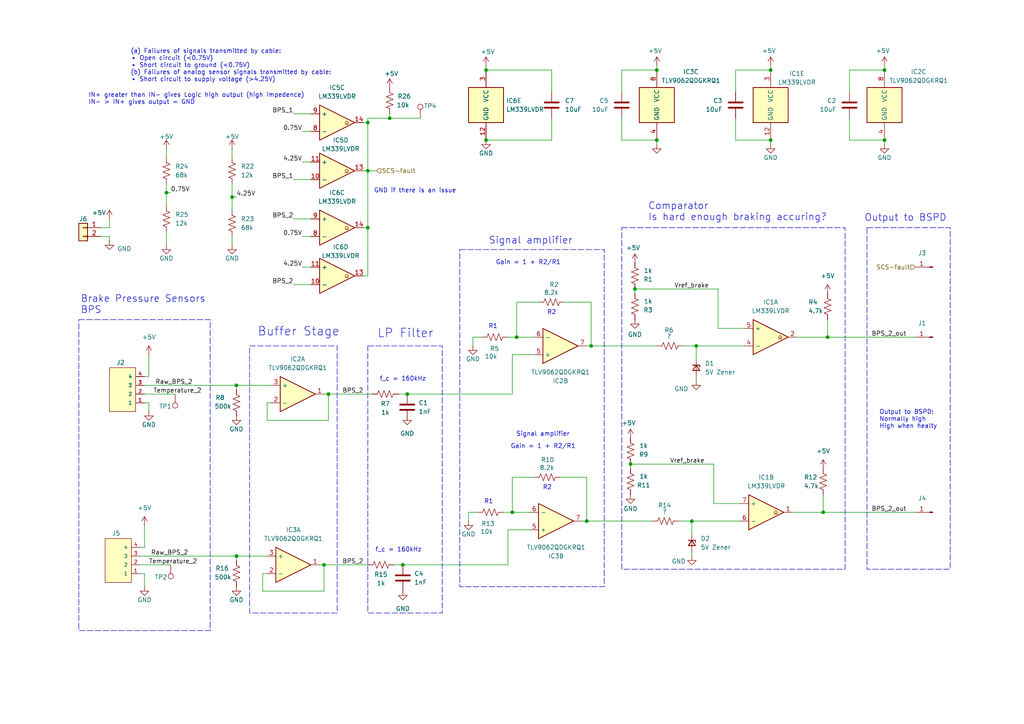
<source format=kicad_sch>
(kicad_sch (version 20250114) (generator "eeschema") (generator_version "9.0")
  (paper "A4")
  (lib_symbols
    (symbol "Connector:Conn_01x01_Pin" (pin_names (offset 1.016) (hide yes))
      (property "Reference" "J" (at 0 2.54 0))
      (property "Value" "Conn_01x01_Pin" (at 0 -2.54 0))
      (symbol "Conn_01x01_Pin_1_1"
        (rectangle (start 0.8636 0.127) (end 0 -0.127) (stroke (width 0.1524)) (fill (type outline)))
        (polyline (pts (xy 1.27 0) (xy 0.8636 0)) (stroke (width 0.1524)))
        (pin passive line (at 5.08 0 180) (length 3.81) (name "Pin_1") (number "1"))
      )
    )
    (symbol "Connector:TestPoint" (pin_numbers (hide yes)) (pin_names (offset 0.762) (hide yes))
      (property "Reference" "TP" (at 0 6.858 0))
      (property "Value" "TestPoint" (at 0 5.08 0))
      (symbol "TestPoint_0_1"
        (circle (center 0 3.302) (radius 0.762))
      )
      (symbol "TestPoint_1_1"
        (pin passive line (at 0 0 90) (length 2.54) (name "1") (number "1"))
      )
    )
    (symbol "Device:C" (pin_numbers (hide yes)) (pin_names (offset 0.254))
      (property "Reference" "C" (at 0.635 2.54 0))
      (property "Value" "C" (at 0.635 -2.54 0))
      (symbol "C_0_1"
        (polyline (pts (xy -2.032 0.762) (xy 2.032 0.762)) (stroke (width 0.508)))
        (polyline (pts (xy -2.032 -0.762) (xy 2.032 -0.762)) (stroke (width 0.508)))
      )
      (symbol "C_1_1"
        (pin passive line (at 0 3.81 270) (length 2.794) (name "~") (number "1"))
        (pin passive line (at 0 -3.81 90) (length 2.794) (name "~") (number "2"))
      )
    )
    (symbol "Device:D_Zener_Small" (pin_numbers (hide yes)) (pin_names (offset 0.254) (hide yes))
      (property "Reference" "D" (at 0 2.286 0))
      (property "Value" "D_Zener_Small" (at 0 -2.286 0))
      (symbol "D_Zener_Small_0_1"
        (polyline (pts (xy -0.254 1.016) (xy -0.762 1.016) (xy -0.762 -1.016)) (stroke (width 0.254)))
        (polyline (pts (xy 0.762 1.016) (xy -0.762 0) (xy 0.762 -1.016) (xy 0.762 1.016)) (stroke (width 0.254)))
        (polyline (pts (xy 0.762 0) (xy -0.762 0)))
      )
      (symbol "D_Zener_Small_1_1"
        (pin passive line (at -2.54 0 0) (length 1.778) (name "K") (number "1"))
        (pin passive line (at 2.54 0 180) (length 1.778) (name "A") (number "2"))
      )
    )
    (symbol "Device:R_US" (pin_numbers (hide yes)) (pin_names (offset 0))
      (property "Reference" "R" (at 2.54 0 90))
      (property "Value" "R_US" (at -2.54 0 90))
      (symbol "R_US_0_1"
        (polyline (pts (xy 0 2.286) (xy 0 2.54)))
        (polyline (pts (xy 0 2.286) (xy 1.016 1.905) (xy 0 1.524) (xy -1.016 1.143) (xy 0 0.762)))
        (polyline (pts (xy 0 0.762) (xy 1.016 0.381) (xy 0 0) (xy -1.016 -0.381) (xy 0 -0.762)))
        (polyline (pts (xy 0 -0.762) (xy 1.016 -1.143) (xy 0 -1.524) (xy -1.016 -1.905) (xy 0 -2.286)))
        (polyline (pts (xy 0 -2.286) (xy 0 -2.54)))
      )
      (symbol "R_US_1_1"
        (pin passive line (at 0 3.81 270) (length 1.27) (name "~") (number "1"))
        (pin passive line (at 0 -3.81 90) (length 1.27) (name "~") (number "2"))
      )
    )
    (symbol "EPSA_lib:4P Droit 22-11-2042" (pin_names (offset 1.016))
      (property "Reference" "J" (at 6.35 7.62 0))
      (symbol "4P Droit 22-11-2042_0_0"
        (rectangle (start -2.54 -7.62) (end 5.08 5.08) (stroke (width 0.1524)) (fill (type background)))
        (pin passive line (at -5.08 2.54 0) (length 2.54) (name "1") (number "1"))
        (pin passive line (at -5.08 0 0) (length 2.54) (name "2") (number "2"))
        (pin passive line (at -5.08 -2.54 0) (length 2.54) (name "3") (number "3"))
        (pin passive line (at -5.08 -5.08 0) (length 2.54) (name "4") (number "4"))
      )
    )
    (symbol "LEM_HAS_100-S:Conn_01x02" (pin_names (offset 1.016) (hide yes))
      (property "Reference" "J" (at 0 2.54 0))
      (property "Value" "Conn_01x02" (at 0 -5.08 0))
      (symbol "Conn_01x02_1_1"
        (rectangle (start -1.27 1.27) (end 1.27 -3.81) (stroke (width 0.254)) (fill (type background)))
        (rectangle (start -1.27 0.127) (end 0 -0.127) (stroke (width 0.1524)))
        (rectangle (start -1.27 -2.413) (end 0 -2.667) (stroke (width 0.1524)))
        (pin passive line (at -5.08 0 0) (length 3.81) (name "Pin_1") (number "1"))
        (pin passive line (at -5.08 -2.54 0) (length 3.81) (name "Pin_2") (number "2"))
      )
    )
    (symbol "LM339LVDR:LM339LVDR"
      (property "Reference" "IC" (at 2.794 10.922 0))
      (property "Value" "LM339LVDR" (at 2.794 8.382 0))
      (symbol "LM339LVDR_1_1"
        (polyline (pts (xy 2.54 2.54) (xy 12.7 -2.54) (xy 2.54 -7.62) (xy 2.54 2.54)) (stroke (width 0.254)) (fill (type background)))
        (polyline (pts (xy 10.922 -3.048) (xy 10.414 -3.048) (xy 10.922 -2.54) (xy 10.414 -2.032) (xy 9.906 -2.54) (xy 10.414 -3.048) (xy 9.906 -3.048)) (stroke (width 0.127)))
        (pin input line (at 0 0 0) (length 2.54) (name "+") (number "5"))
        (pin input line (at 0 -5.08 0) (length 2.54) (name "-") (number "4"))
        (pin open_collector line (at 15.24 -2.54 180) (length 2.54) (name "~") (number "2"))
      )
      (symbol "LM339LVDR_2_1"
        (polyline (pts (xy 2.54 2.54) (xy 12.7 -2.54) (xy 2.54 -7.62) (xy 2.54 2.54)) (stroke (width 0.254)) (fill (type background)))
        (polyline (pts (xy 10.922 -3.048) (xy 10.414 -3.048) (xy 10.922 -2.54) (xy 10.414 -2.032) (xy 9.906 -2.54) (xy 10.414 -3.048) (xy 9.906 -3.048)) (stroke (width 0.127)))
        (pin input line (at 0 0 0) (length 2.54) (name "+") (number "7"))
        (pin input line (at 0 -5.08 0) (length 2.54) (name "-") (number "6"))
        (pin open_collector line (at 15.24 -2.54 180) (length 2.54) (name "~") (number "1"))
      )
      (symbol "LM339LVDR_3_1"
        (polyline (pts (xy 2.54 2.54) (xy 12.7 -2.54) (xy 2.54 -7.62) (xy 2.54 2.54)) (stroke (width 0.254)) (fill (type background)))
        (polyline (pts (xy 10.922 -3.048) (xy 10.414 -3.048) (xy 10.922 -2.54) (xy 10.414 -2.032) (xy 9.906 -2.54) (xy 10.414 -3.048) (xy 9.906 -3.048)) (stroke (width 0.127)))
        (pin input line (at 0 0 0) (length 2.54) (name "+") (number "9"))
        (pin input line (at 0 -5.08 0) (length 2.54) (name "-") (number "8"))
        (pin open_collector line (at 15.24 -2.54 180) (length 2.54) (name "~") (number "14"))
      )
      (symbol "LM339LVDR_4_1"
        (polyline (pts (xy 2.54 2.54) (xy 12.7 -2.54) (xy 2.54 -7.62) (xy 2.54 2.54)) (stroke (width 0.254)) (fill (type background)))
        (polyline (pts (xy 10.922 -3.048) (xy 10.414 -3.048) (xy 10.922 -2.54) (xy 10.414 -2.032) (xy 9.906 -2.54) (xy 10.414 -3.048) (xy 9.906 -3.048)) (stroke (width 0.127)))
        (pin input line (at 0 0 0) (length 2.54) (name "+") (number "11"))
        (pin input line (at 0 -5.08 0) (length 2.54) (name "-") (number "10"))
        (pin open_collector line (at 15.24 -2.54 180) (length 2.54) (name "~") (number "13"))
      )
      (symbol "LM339LVDR_5_0"
        (rectangle (start -5.08 -5.08) (end 5.08 5.08) (stroke (width 0.254)) (fill (type background)))
      )
      (symbol "LM339LVDR_5_1"
        (pin power_in line (at 0 10.16 270) (length 5.08) (name "VCC") (number "3"))
        (pin power_in line (at 0 -10.16 90) (length 5.08) (name "GND") (number "12"))
      )
    )
    (symbol "TLV9062QDGKRQ1:TLV9062QDGKRQ1"
      (property "Reference" "IC" (at 2.54 10.668 0))
      (property "Value" "TLV9062QDGKRQ1" (at 2.54 8.128 0))
      (symbol "TLV9062QDGKRQ1_1_1"
        (polyline (pts (xy 2.54 2.54) (xy 12.7 -2.54) (xy 2.54 -7.62) (xy 2.54 2.54)) (stroke (width 0.254)) (fill (type background)))
        (pin input line (at 0 0 0) (length 2.54) (name "+") (number "3"))
        (pin input line (at 0 -5.08 0) (length 2.54) (name "-") (number "2"))
        (pin output line (at 15.24 -2.54 180) (length 2.54) (name "~") (number "1"))
      )
      (symbol "TLV9062QDGKRQ1_2_1"
        (polyline (pts (xy 2.54 2.54) (xy 12.7 -2.54) (xy 2.54 -7.62) (xy 2.54 2.54)) (stroke (width 0.254)) (fill (type background)))
        (pin input line (at 0 0 0) (length 2.54) (name "+") (number "5"))
        (pin input line (at 0 -5.08 0) (length 2.54) (name "-") (number "6"))
        (pin output line (at 15.24 -2.54 180) (length 2.54) (name "~") (number "7"))
      )
      (symbol "TLV9062QDGKRQ1_3_0"
        (rectangle (start -5.08 -5.08) (end 5.08 5.08) (stroke (width 0.254)) (fill (type background)))
      )
      (symbol "TLV9062QDGKRQ1_3_1"
        (pin power_in line (at 0 10.16 270) (length 5.08) (name "VCC") (number "8"))
        (pin power_in line (at 0 -10.16 90) (length 5.08) (name "GND") (number "4"))
      )
    )
    (symbol "power:+5V" (power) (pin_numbers (hide yes)) (pin_names (offset 0) (hide yes))
      (property "Value" "+5V" (at 0 3.556 0))
      (symbol "+5V_0_1"
        (polyline (pts (xy -0.762 1.27) (xy 0 2.54)))
        (polyline (pts (xy 0 2.54) (xy 0.762 1.27)))
        (polyline (pts (xy 0 0) (xy 0 2.54)))
      )
      (symbol "+5V_1_1"
        (pin power_in line (at 0 0 90) (length 0) (name "~") (number "1"))
      )
    )
    (symbol "power:GND" (power) (pin_numbers (hide yes)) (pin_names (offset 0) (hide yes))
      (property "Value" "GND" (at 0 -3.81 0))
      (symbol "GND_0_1"
        (polyline (pts (xy 0 0) (xy 0 -1.27) (xy 1.27 -1.27) (xy 0 -2.54) (xy -1.27 -1.27) (xy 0 -1.27)))
      )
      (symbol "GND_1_1"
        (pin power_in line (at 0 0 270) (length 0) (name "~") (number "1"))
      )
    )
  )
  (rectangle (start 180.34 66.04) (end 245.11 165.1) (stroke (width 0) (type dash)))
  (rectangle (start 106.68 100.33) (end 128.27 177.8) (stroke (width 0) (type dash)))
  (rectangle (start 72.39 100.33) (end 97.79 177.8) (stroke (width 0) (type dash)))
  (rectangle (start 251.46 66.04) (end 275.59 165.1) (stroke (width 0) (type dash)))
  (rectangle (start 22.86 92.71) (end 60.96 182.88) (stroke (width 0) (type dash)))
  (rectangle (start 133.35 72.39) (end 175.26 170.18) (stroke (width 0) (type dash)))
  (text "Brake Pressure Sensors\nBPS" (at 23.368 88.392 0) (effects (font (size 2 2)) (justify left)))
  (text "LP Filter" (at 117.602 96.774 0) (effects (font (size 2.5 2.5))))
  (text "GND if there is an issue" (at 120.396 55.372 0) (effects (font (size 1.27 1.27))))
  (text "(a) Failures of signals transmitted by cable:\n• Open circuit (<0.75V)\n• Short circuit to ground (<0.75V)\n(b) Failures of analog sensor signals transmitted by cable:\n• Short circuit to supply voltage (>4.25V)" (at 37.846 19.05 0) (effects (font (size 1.27 1.27)) (justify left)))
  (text "Gain = 1 + R2/R1\n" (at 148.082 129.54 0) (effects (font (size 1.27 1.27)) (justify left)))
  (text "R2" (at 160.02 90.678 0) (effects (font (size 1.27 1.27))))
  (text "Signal amplifier" (at 157.48 125.984 0) (effects (font (size 1.27 1.27))))
  (text "R1" (at 143.002 94.742 0) (effects (font (size 1.27 1.27))))
  (text "Output to BSPD" (at 262.636 63.246 0) (effects (font (size 2 2))))
  (text "IN+ greater than IN- gives Logic high output (high impedence)\nIN- > IN+ gives output = GND\n\n" (at 25.654 29.718 0) (effects (font (size 1.27 1.27)) (justify left)))
  (text "Output to BSPD:\nNormally high\nHigh when healty" (at 255.016 121.666 0) (effects (font (size 1.27 1.27)) (justify left)))
  (text "Signal amplifier" (at 153.924 69.85 0) (effects (font (size 2 2))))
  (text "Buffer Stage\n" (at 86.614 96.266 0) (effects (font (size 2.5 2.5))))
  (text "Gain = 1 + R2/R1\n" (at 143.764 76.2 0) (effects (font (size 1.27 1.27)) (justify left)))
  (text "Comparator\nIs hard enough braking accuring?" (at 187.96 61.468 0) (effects (font (size 2 2)) (justify left)))
  (text "f_c = 160kHz" (at 115.57 159.512 0) (effects (font (size 1.27 1.27))))
  (text "f_c = 160kHz" (at 116.84 109.982 0) (effects (font (size 1.27 1.27))))
  (text "R2" (at 158.75 141.478 0) (effects (font (size 1.27 1.27))))
  (text "R1" (at 141.732 145.542 0) (effects (font (size 1.27 1.27))))
  (junction (at 238.76 148.59))
  (junction (at 170.18 151.13))
  (junction (at 190.5 40.64))
  (junction (at 68.58 161.29))
  (junction (at 140.97 40.64))
  (junction (at 240.03 97.79))
  (junction (at 256.54 40.64))
  (junction (at 190.5 20.32))
  (junction (at 106.68 66.04))
  (junction (at 68.58 111.76))
  (junction (at 67.31 57.15))
  (junction (at 116.84 163.83))
  (junction (at 106.68 49.53))
  (junction (at 256.54 20.32))
  (junction (at 148.59 148.59))
  (junction (at 223.52 40.64))
  (junction (at 93.98 163.83))
  (junction (at 118.11 114.3))
  (junction (at 184.15 83.82))
  (junction (at 113.03 34.29))
  (junction (at 200.66 151.13))
  (junction (at 223.52 20.32))
  (junction (at 171.45 100.33))
  (junction (at 140.97 20.32))
  (junction (at 201.93 100.33))
  (junction (at 48.26 55.88))
  (junction (at 95.25 114.3))
  (junction (at 182.88 134.62))
  (junction (at 106.68 35.56))
  (junction (at 149.86 97.79))
  (wire (pts (xy 40.64 163.83) (xy 49.53 163.83)))
  (wire (pts (xy 87.63 77.47) (xy 90.17 77.47)))
  (wire (pts (xy 93.98 163.83) (xy 106.68 163.83)))
  (wire (pts (xy 31.75 66.04) (xy 29.21 66.04)))
  (wire (pts (xy 48.26 43.18) (xy 48.26 45.72)))
  (wire (pts (xy 67.31 53.34) (xy 67.31 57.15)))
  (wire (pts (xy 43.18 116.84) (xy 43.18 119.38)))
  (wire (pts (xy 31.75 69.85) (xy 31.75 68.58)))
  (wire (pts (xy 41.91 109.22) (xy 43.18 109.22)))
  (wire (pts (xy 95.25 121.92) (xy 95.25 114.3)))
  (wire (pts (xy 41.91 116.84) (xy 43.18 116.84)))
  (wire (pts (xy 246.38 20.32) (xy 246.38 26.67)))
  (wire (pts (xy 246.38 34.29) (xy 246.38 40.64)))
  (wire (pts (xy 213.36 20.32) (xy 213.36 26.67)))
  (wire (pts (xy 105.41 35.56) (xy 106.68 35.56)))
  (wire (pts (xy 76.2 166.37) (xy 76.2 171.45)))
  (wire (pts (xy 85.09 52.07) (xy 90.17 52.07)))
  (wire (pts (xy 87.63 38.1) (xy 90.17 38.1)))
  (wire (pts (xy 160.02 26.67) (xy 160.02 20.32)))
  (wire (pts (xy 138.43 148.59) (xy 135.89 148.59)))
  (wire (pts (xy 190.5 20.32) (xy 180.34 20.32)))
  (wire (pts (xy 106.68 35.56) (xy 106.68 49.53)))
  (wire (pts (xy 200.66 151.13) (xy 200.66 154.94)))
  (wire (pts (xy 105.41 49.53) (xy 106.68 49.53)))
  (wire (pts (xy 213.36 34.29) (xy 213.36 40.64)))
  (wire (pts (xy 106.68 34.29) (xy 113.03 34.29)))
  (wire (pts (xy 208.28 83.82) (xy 208.28 95.25)))
  (wire (pts (xy 43.18 109.22) (xy 43.18 102.87)))
  (wire (pts (xy 147.32 163.83) (xy 147.32 153.67)))
  (wire (pts (xy 31.75 68.58) (xy 29.21 68.58)))
  (wire (pts (xy 41.91 158.75) (xy 41.91 152.4)))
  (wire (pts (xy 207.01 134.62) (xy 207.01 146.05)))
  (wire (pts (xy 171.45 100.33) (xy 190.5 100.33)))
  (wire (pts (xy 41.91 114.3) (xy 50.8 114.3)))
  (wire (pts (xy 162.56 138.43) (xy 170.18 138.43)))
  (wire (pts (xy 160.02 20.32) (xy 140.97 20.32)))
  (wire (pts (xy 170.18 151.13) (xy 170.18 138.43)))
  (wire (pts (xy 109.22 49.53) (xy 106.68 49.53)))
  (wire (pts (xy 77.47 116.84) (xy 77.47 121.92)))
  (wire (pts (xy 256.54 20.32) (xy 246.38 20.32)))
  (wire (pts (xy 40.64 166.37) (xy 41.91 166.37)))
  (wire (pts (xy 184.15 85.09) (xy 184.15 83.82)))
  (wire (pts (xy 137.16 97.79) (xy 137.16 100.33)))
  (wire (pts (xy 156.21 87.63) (xy 149.86 87.63)))
  (wire (pts (xy 106.68 34.29) (xy 106.68 35.56)))
  (wire (pts (xy 77.47 166.37) (xy 76.2 166.37)))
  (wire (pts (xy 85.09 63.5) (xy 90.17 63.5)))
  (wire (pts (xy 106.68 49.53) (xy 106.68 66.04)))
  (wire (pts (xy 87.63 46.99) (xy 90.17 46.99)))
  (wire (pts (xy 93.98 171.45) (xy 93.98 163.83)))
  (wire (pts (xy 196.85 151.13) (xy 200.66 151.13)))
  (wire (pts (xy 140.97 40.64) (xy 160.02 40.64)))
  (wire (pts (xy 113.03 33.02) (xy 113.03 34.29)))
  (wire (pts (xy 68.58 111.76) (xy 78.74 111.76)))
  (wire (pts (xy 77.47 121.92) (xy 95.25 121.92)))
  (wire (pts (xy 148.59 148.59) (xy 153.67 148.59)))
  (wire (pts (xy 118.11 114.3) (xy 148.59 114.3)))
  (wire (pts (xy 149.86 97.79) (xy 154.94 97.79)))
  (wire (pts (xy 78.74 116.84) (xy 77.47 116.84)))
  (wire (pts (xy 115.57 114.3) (xy 118.11 114.3)))
  (wire (pts (xy 182.88 135.89) (xy 182.88 134.62)))
  (wire (pts (xy 182.88 134.62) (xy 207.01 134.62)))
  (wire (pts (xy 41.91 111.76) (xy 68.58 111.76)))
  (wire (pts (xy 147.32 97.79) (xy 149.86 97.79)))
  (wire (pts (xy 190.5 19.05) (xy 190.5 20.32)))
  (wire (pts (xy 238.76 148.59) (xy 265.43 148.59)))
  (wire (pts (xy 229.87 148.59) (xy 238.76 148.59)))
  (wire (pts (xy 68.58 162.56) (xy 68.58 161.29)))
  (wire (pts (xy 256.54 19.05) (xy 256.54 20.32)))
  (wire (pts (xy 106.68 66.04) (xy 106.68 80.01)))
  (wire (pts (xy 190.5 41.91) (xy 190.5 40.64)))
  (wire (pts (xy 95.25 114.3) (xy 107.95 114.3)))
  (wire (pts (xy 207.01 146.05) (xy 214.63 146.05)))
  (wire (pts (xy 147.32 153.67) (xy 153.67 153.67)))
  (wire (pts (xy 223.52 20.32) (xy 213.36 20.32)))
  (wire (pts (xy 135.89 148.59) (xy 135.89 151.13)))
  (wire (pts (xy 31.75 63.5) (xy 31.75 66.04)))
  (wire (pts (xy 85.09 33.02) (xy 90.17 33.02)))
  (wire (pts (xy 171.45 100.33) (xy 171.45 87.63)))
  (wire (pts (xy 140.97 19.05) (xy 140.97 20.32)))
  (wire (pts (xy 116.84 163.83) (xy 147.32 163.83)))
  (wire (pts (xy 190.5 40.64) (xy 180.34 40.64)))
  (wire (pts (xy 148.59 138.43) (xy 148.59 148.59)))
  (wire (pts (xy 208.28 95.25) (xy 215.9 95.25)))
  (wire (pts (xy 67.31 43.18) (xy 67.31 45.72)))
  (wire (pts (xy 48.26 53.34) (xy 48.26 55.88)))
  (wire (pts (xy 184.15 83.82) (xy 208.28 83.82)))
  (wire (pts (xy 139.7 97.79) (xy 137.16 97.79)))
  (wire (pts (xy 114.3 163.83) (xy 116.84 163.83)))
  (wire (pts (xy 170.18 151.13) (xy 189.23 151.13)))
  (wire (pts (xy 180.34 34.29) (xy 180.34 40.64)))
  (wire (pts (xy 87.63 68.58) (xy 90.17 68.58)))
  (wire (pts (xy 201.93 100.33) (xy 215.9 100.33)))
  (wire (pts (xy 223.52 19.05) (xy 223.52 20.32)))
  (wire (pts (xy 68.58 161.29) (xy 77.47 161.29)))
  (wire (pts (xy 105.41 80.01) (xy 106.68 80.01)))
  (wire (pts (xy 168.91 151.13) (xy 170.18 151.13)))
  (wire (pts (xy 148.59 114.3) (xy 148.59 102.87)))
  (wire (pts (xy 41.91 166.37) (xy 41.91 170.18)))
  (wire (pts (xy 95.25 114.3) (xy 93.98 114.3)))
  (wire (pts (xy 256.54 41.91) (xy 256.54 40.64)))
  (wire (pts (xy 148.59 102.87) (xy 154.94 102.87)))
  (wire (pts (xy 200.66 160.02) (xy 200.66 161.29)))
  (wire (pts (xy 67.31 57.15) (xy 67.31 60.96)))
  (wire (pts (xy 154.94 138.43) (xy 148.59 138.43)))
  (wire (pts (xy 40.64 158.75) (xy 41.91 158.75)))
  (wire (pts (xy 223.52 40.64) (xy 213.36 40.64)))
  (wire (pts (xy 180.34 20.32) (xy 180.34 26.67)))
  (wire (pts (xy 149.86 87.63) (xy 149.86 97.79)))
  (wire (pts (xy 163.83 87.63) (xy 171.45 87.63)))
  (wire (pts (xy 67.31 57.15) (xy 68.58 57.15)))
  (wire (pts (xy 85.09 82.55) (xy 90.17 82.55)))
  (wire (pts (xy 68.58 113.03) (xy 68.58 111.76)))
  (wire (pts (xy 67.31 68.58) (xy 67.31 71.12)))
  (wire (pts (xy 160.02 40.64) (xy 160.02 34.29)))
  (wire (pts (xy 201.93 109.22) (xy 201.93 110.49)))
  (wire (pts (xy 240.03 92.71) (xy 240.03 97.79)))
  (wire (pts (xy 48.26 55.88) (xy 48.26 59.69)))
  (wire (pts (xy 105.41 66.04) (xy 106.68 66.04)))
  (wire (pts (xy 76.2 171.45) (xy 93.98 171.45)))
  (wire (pts (xy 201.93 100.33) (xy 201.93 104.14)))
  (wire (pts (xy 113.03 34.29) (xy 121.92 34.29)))
  (wire (pts (xy 223.52 41.91) (xy 223.52 40.64)))
  (wire (pts (xy 256.54 40.64) (xy 246.38 40.64)))
  (wire (pts (xy 200.66 151.13) (xy 214.63 151.13)))
  (wire (pts (xy 238.76 143.51) (xy 238.76 148.59)))
  (wire (pts (xy 231.14 97.79) (xy 240.03 97.79)))
  (wire (pts (xy 40.64 161.29) (xy 68.58 161.29)))
  (wire (pts (xy 48.26 67.31) (xy 48.26 71.12)))
  (wire (pts (xy 198.12 100.33) (xy 201.93 100.33)))
  (wire (pts (xy 146.05 148.59) (xy 148.59 148.59)))
  (wire (pts (xy 170.18 100.33) (xy 171.45 100.33)))
  (wire (pts (xy 240.03 97.79) (xy 265.43 97.79)))
  (wire (pts (xy 48.26 55.88) (xy 49.53 55.88)))
  (wire (pts (xy 118.11 121.92) (xy 118.11 120.65)))
  (wire (pts (xy 93.98 163.83) (xy 92.71 163.83)))
  (label "Temperature_2" (at 43.18 163.83 0))
  (label "Temperature_2" (at 44.45 114.3 0))
  (label "BPS_1" (at 85.09 33.02 180))
  (label "4.25V" (at 68.58 57.15 0))
  (label "Vref_brake" (at 194.31 134.62 0))
  (label "Vref_brake" (at 195.58 83.82 0))
  (label "BPS_2" (at 105.41 163.83 180))
  (label "Raw_BPS_2" (at 54.61 161.29 180))
  (label "4.25V" (at 87.63 46.99 180))
  (label "BPS_1" (at 85.09 52.07 180))
  (label "0.75V" (at 49.53 55.88 0))
  (label "Raw_BPS_2" (at 55.88 111.76 180))
  (label "4.25V" (at 87.63 77.47 180))
  (label "BPS_2" (at 85.09 82.55 180))
  (label "0.75V" (at 87.63 68.58 180))
  (label "BPS_2" (at 105.41 114.3 180))
  (label "BPS_2_out" (at 262.89 97.79 180))
  (label "BPS_2_out" (at 262.89 148.59 180))
  (label "BPS_2" (at 85.09 63.5 180))
  (label "0.75V" (at 87.63 38.1 180))
  (hierarchical_label "SCS-fault" (shape input) (at 265.43 77.47 180))
  (hierarchical_label "SCS-fault" (shape input) (at 109.22 49.53 0))
  (symbol (lib_id "power:+5V") (at 140.97 19.05 0) (unit 1)
    (property "Reference" "#PWR041" (effects (hide yes)))
    (property "Value" "+5V" (at 143.51 14.986 0) (effects (justify right)))
  )
  (symbol (lib_id "power:+5V") (at 256.54 19.05 0) (unit 1)
    (property "Reference" "#PWR010" (effects (hide yes)))
    (property "Value" "+5V" (at 256.032 14.732 0))
    (property "Description" "Power symbol creates a global label with name \"+5V\"" (effects (hide yes)))
  )
  (symbol (lib_id "TLV9062QDGKRQ1:TLV9062QDGKRQ1") (at 78.74 111.76 0) (unit 1)
    (property "Reference" "IC2" (at 86.36 104.14 0))
    (property "Value" "TLV9062QDGKRQ1" (at 86.36 106.68 0))
    (property "Footprint" "LIB_TLV9062QDGKRQ1:SOP65P490X110-8N" (effects (hide yes)))
    (property "Datasheet" "https://www.ti.com/lit/ds/symlink/tlv9062-q1.pdf?ts=1623231517275&ref_url=https%253A%252F%252Fwww.ti.com%252Fstore%252Fti%252Fen%252Fp%252Fproduct%252F%253Fp%253DTLV9062QDGKRQ1" (effects (hide yes)))
    (property "Description" "Operational Amplifiers - Op Amps AEC-Q100, 2-channel, 10-MHz, low-noise, RRIO, CMOS operational amplifier 8-VSSOP -40 to 125" (effects (hide yes)))
    (property "Height" "1.1" (effects (hide yes)))
    (property "Mouser Part Number" "595-TLV9062QDGKRQ1" (effects (hide yes)))
    (property "Mouser Price/Stock" "https://www.mouser.co.uk/ProductDetail/Texas-Instruments/TLV9062QDGKRQ1?qs=iLbezkQI%252BshxdLovFCimTg%3D%3D" (effects (hide yes)))
    (property "Manufacturer_Name" "Texas Instruments" (effects (hide yes)))
    (property "Manufacturer_Part_Number" "TLV9062QDGKRQ1" (effects (hide yes)))
  )
  (symbol (lib_id "Device:C") (at 116.84 167.64 0) (unit 1)
    (property "Reference" "C4" (at 120.142 166.37 0) (effects (justify left)))
    (property "Value" "1nF" (at 120.142 168.91 0) (effects (justify left)))
    (property "Footprint" "Capacitor_SMD:C_0805_2012Metric" (effects (hide yes)))
    (property "Description" "Unpolarized capacitor" (effects (hide yes)))
  )
  (symbol (lib_id "Device:C") (at 246.38 30.48 0) (mirror y) (unit 1)
    (property "Reference" "C2" (at 242.57 29.2099 0) (effects (justify left)))
    (property "Value" "10uF" (at 242.57 31.7499 0) (effects (justify left)))
    (property "Footprint" "Capacitor_SMD:C_0603_1608Metric" (effects (hide yes)))
    (property "Description" "Unpolarized capacitor" (effects (hide yes)))
  )
  (symbol (lib_id "Device:R_US") (at 182.88 139.7 180) (unit 1)
    (property "Reference" "R11" (at 186.69 140.716 0))
    (property "Value" "1k" (at 186.69 138.176 0))
    (property "Footprint" "Resistor_SMD:R_0805_2012Metric" (effects (hide yes)))
    (property "Description" "Resistor, US symbol" (effects (hide yes)))
  )
  (symbol (lib_id "Device:R_US") (at 240.03 88.9 0) (unit 1)
    (property "Reference" "R4" (at 234.442 87.63 0) (effects (justify left)))
    (property "Value" "4.7k" (at 234.442 90.17 0) (effects (justify left)))
    (property "Footprint" "Resistor_SMD:R_0805_2012Metric" (effects (hide yes)))
    (property "Description" "Resistor, US symbol" (effects (hide yes)))
  )
  (symbol (lib_id "power:GND") (at 31.75 69.85 0) (mirror y) (unit 1)
    (property "Reference" "#PWR027" (effects (hide yes)))
    (property "Value" "GND" (at 36.068 72.136 0))
    (property "Description" "Power symbol creates a global label with name \"GND\" , ground" (effects (hide yes)))
  )
  (symbol (lib_id "power:+5V") (at 41.91 152.4 0) (unit 1)
    (property "Reference" "#PWR019" (effects (hide yes)))
    (property "Value" "+5V" (at 41.91 147.32 0))
    (property "Description" "Power symbol creates a global label with name \"+5V\"" (effects (hide yes)))
  )
  (symbol (lib_id "Device:C") (at 160.02 30.48 0) (unit 1)
    (property "Reference" "C7" (at 163.83 29.2099 0) (effects (justify left)))
    (property "Value" "10uF" (at 163.83 31.7499 0) (effects (justify left)))
    (property "Footprint" "Capacitor_SMD:C_0603_1608Metric" (effects (hide yes)))
    (property "Description" "Unpolarized capacitor" (effects (hide yes)))
  )
  (symbol (lib_id "power:GND") (at 190.5 41.91 0) (unit 1)
    (property "Reference" "#PWR028" (effects (hide yes)))
    (property "Value" "GND" (effects (hide yes)))
  )
  (symbol (lib_id "Device:C") (at 118.11 118.11 0) (unit 1)
    (property "Reference" "C1" (at 121.412 116.84 0) (effects (justify left)))
    (property "Value" "1nF" (at 121.412 119.38 0) (effects (justify left)))
    (property "Footprint" "Capacitor_SMD:C_0805_2012Metric" (effects (hide yes)))
    (property "Description" "Unpolarized capacitor" (effects (hide yes)))
  )
  (symbol (lib_id "LM339LVDR:LM339LVDR") (at 90.17 33.02 0) (unit 3)
    (property "Reference" "IC5" (at 97.79 25.4 0))
    (property "Value" "LM339LVDR" (at 97.79 27.94 0))
    (property "Footprint" "SOIC127P600X175-14N" (effects (hide yes)))
    (property "Description" "1.65 V to 5.5 V supply range  Rail-to-Rail input with Failsafe  Low input offset voltage 400 uV typical  600ns typical propagation delay  Low quiescent current 25 A/Ch typical  Low input bias current 5 pA typical  Open-drain outpu" (effects (hide yes)))
    (property "Height" "1.75" (effects (hide yes)))
    (property "Mouser Part Number" "595-LM339LVDR" (effects (hide yes)))
    (property "Mouser Price/Stock" "https://www.mouser.co.uk/ProductDetail/Texas-Instruments/LM339LVDR?qs=HoCaDK9Nz5cbip49m4%2Faqw%3D%3D" (effects (hide yes)))
    (property "Manufacturer_Name" "Texas Instruments" (effects (hide yes)))
    (property "Manufacturer_Part_Number" "LM339LVDR" (effects (hide yes)))
  )
  (symbol (lib_id "EPSA_lib:4P Droit 22-11-2042") (at 36.83 114.3 180) (unit 1)
    (property "Reference" "J2" (at 33.782 105.156 0) (effects (justify right)))
    (property "Value" "4P Droit 22-11-2042" (effects (hide yes)))
    (property "Footprint" "Connector_JST:JST_XH_B4B-XH-A_1x04_P2.50mm_Vertical" (effects (hide yes)))
    (property "Datasheet" "https://www.molex.com/en-us/products/part-detail/22112042?display=pdf" (effects (hide yes)))
    (property "Sim.Pins" "1=1 2=2 3=3 4=4" (effects (hide yes)))
    (property "Sim.Device" "SPICE" (effects (hide yes)))
    (property "Sim.Params" "type=\"J\" model=\"22-11-2042\" lib=\"\"" (effects (hide yes)))
    (property "PARTREV" "BD7" (effects (hide yes)))
    (property "STANDARD" "Manufacturer Recommendation" (effects (hide yes)))
    (property "MANUFACTURER" "MOLEX" (effects (hide yes)))
    (property "Render Name" "4P Droit" (effects (hide yes)))
    (property "Manufacturer_Name" "Molex" (effects (hide yes)))
    (property "Manufacturer_Part_Number" "22-11-2042" (effects (hide yes)))
    (property "Mouser Part Number" "538-22-11-2042" (effects (hide yes)))
    (property "Mouser Price/Stock" "https://www.mouser.fr/ProductDetail/Molex/22-11-2042?qs=mrPiglD9aYJfi57%2FgjU4lw%3D%3D" (effects (hide yes)))
  )
  (symbol (lib_id "power:GND") (at 200.66 161.29 0) (unit 1)
    (property "Reference" "#PWR020" (effects (hide yes)))
    (property "Value" "GND" (at 196.85 162.814 0))
    (property "Description" "Power symbol creates a global label with name \"GND\" , ground" (effects (hide yes)))
  )
  (symbol (lib_id "power:+5V") (at 48.26 43.18 0) (unit 1)
    (property "Reference" "#PWR038" (effects (hide yes)))
    (property "Value" "+5V" (at 48.26 39.624 0))
  )
  (symbol (lib_id "power:GND") (at 43.18 119.38 0) (unit 1)
    (property "Reference" "#PWR07" (effects (hide yes)))
    (property "Value" "GND" (at 43.18 123.19 0))
  )
  (symbol (lib_id "LM339LVDR:LM339LVDR") (at 90.17 63.5 0) (unit 3)
    (property "Reference" "IC6" (at 97.79 55.88 0))
    (property "Value" "LM339LVDR" (at 97.79 58.42 0))
    (property "Footprint" "SOIC127P600X175-14N" (effects (hide yes)))
    (property "Description" "1.65 V to 5.5 V supply range  Rail-to-Rail input with Failsafe  Low input offset voltage 400 uV typical  600ns typical propagation delay  Low quiescent current 25 A/Ch typical  Low input bias current 5 pA typical  Open-drain outpu" (effects (hide yes)))
    (property "Height" "1.75" (effects (hide yes)))
    (property "Mouser Part Number" "595-LM339LVDR" (effects (hide yes)))
    (property "Mouser Price/Stock" "https://www.mouser.co.uk/ProductDetail/Texas-Instruments/LM339LVDR?qs=HoCaDK9Nz5cbip49m4%2Faqw%3D%3D" (effects (hide yes)))
    (property "Manufacturer_Name" "Texas Instruments" (effects (hide yes)))
    (property "Manufacturer_Part_Number" "LM339LVDR" (effects (hide yes)))
  )
  (symbol (lib_id "LEM_HAS_100-S:Conn_01x02") (at 24.13 66.04 0) (mirror y) (unit 1)
    (property "Reference" "J6" (at 24.13 63.5 0))
    (property "Value" "Conn_01x02" (effects (hide yes)))
    (property "Footprint" "Connector_JST:JST_XH_B2B-XH-A_1x02_P2.50mm_Vertical" (effects (hide yes)))
  )
  (symbol (lib_id "power:GND") (at 137.16 100.33 0) (unit 1)
    (property "Reference" "#PWR04" (effects (hide yes)))
    (property "Value" "GND" (at 137.16 104.14 0))
  )
  (symbol (lib_id "power:GND") (at 223.52 41.91 0) (unit 1)
    (property "Reference" "#PWR021" (effects (hide yes)))
    (property "Value" "GND" (at 223.52 45.72 0))
  )
  (symbol (lib_id "power:+5V") (at 223.52 19.05 0) (unit 1)
    (property "Reference" "#PWR017" (effects (hide yes)))
    (property "Value" "+5V" (at 223.012 14.732 0))
    (property "Description" "Power symbol creates a global label with name \"+5V\"" (effects (hide yes)))
  )
  (symbol (lib_id "TLV9062QDGKRQ1:TLV9062QDGKRQ1") (at 256.54 30.48 0) (unit 3)
    (property "Reference" "IC2" (at 266.446 20.828 0))
    (property "Value" "TLV9062QDGKRQ1" (at 266.446 23.368 0))
    (property "Footprint" "LIB_TLV9062QDGKRQ1:SOP65P490X110-8N" (effects (hide yes)))
    (property "Datasheet" "https://www.ti.com/lit/ds/symlink/tlv9062-q1.pdf?ts=1623231517275&ref_url=https%253A%252F%252Fwww.ti.com%252Fstore%252Fti%252Fen%252Fp%252Fproduct%252F%253Fp%253DTLV9062QDGKRQ1" (effects (hide yes)))
    (property "Description" "Operational Amplifiers - Op Amps AEC-Q100, 2-channel, 10-MHz, low-noise, RRIO, CMOS operational amplifier 8-VSSOP -40 to 125" (effects (hide yes)))
    (property "Height" "1.1" (effects (hide yes)))
    (property "Mouser Part Number" "595-TLV9062QDGKRQ1" (effects (hide yes)))
    (property "Mouser Price/Stock" "https://www.mouser.co.uk/ProductDetail/Texas-Instruments/TLV9062QDGKRQ1?qs=iLbezkQI%252BshxdLovFCimTg%3D%3D" (effects (hide yes)))
    (property "Manufacturer_Name" "Texas Instruments" (effects (hide yes)))
    (property "Manufacturer_Part_Number" "TLV9062QDGKRQ1" (effects (hide yes)))
  )
  (symbol (lib_id "Connector:TestPoint") (at 121.92 34.29 0) (unit 1)
    (property "Reference" "TP4" (at 122.936 30.734 0) (effects (justify left)))
    (property "Value" "TestPoint" (effects (hide yes)))
    (property "Footprint" "TestPoint:TestPoint_Pad_D1.5mm" (effects (hide yes)))
    (property "Description" "test point" (effects (hide yes)))
  )
  (symbol (lib_id "power:GND") (at 68.58 120.65 0) (unit 1)
    (property "Reference" "#PWR08" (effects (hide yes)))
    (property "Value" "GND" (at 68.58 124.46 0))
  )
  (symbol (lib_id "Device:D_Zener_Small") (at 201.93 106.68 270) (unit 1)
    (property "Reference" "D1" (at 204.47 105.4099 90) (effects (justify left)))
    (property "Value" "5V Zener" (at 204.47 107.9499 90) (effects (justify left)))
    (property "Description" "Zener diode, small symbol" (effects (hide yes)))
  )
  (symbol (lib_id "Connector:TestPoint") (at 49.53 163.83 180) (unit 1)
    (property "Reference" "TP2" (at 48.514 167.386 0) (effects (justify left)))
    (property "Value" "TestPoint" (effects (hide yes)))
    (property "Footprint" "TestPoint:TestPoint_Pad_D1.5mm" (effects (hide yes)))
    (property "Description" "test point" (effects (hide yes)))
  )
  (symbol (lib_id "Device:R_US") (at 67.31 64.77 0) (unit 1)
    (property "Reference" "R23" (at 69.85 63.4999 0) (effects (justify left)))
    (property "Value" "68k" (at 69.85 66.0399 0) (effects (justify left)))
    (property "Footprint" "Resistor_SMD:R_0805_2012Metric" (effects (hide yes)))
    (property "Description" "Resistor, US symbol" (effects (hide yes)))
  )
  (symbol (lib_id "power:GND") (at 184.15 92.71 0) (unit 1)
    (property "Reference" "#PWR03" (effects (hide yes)))
    (property "Value" "GND" (at 184.15 97.028 0))
    (property "Description" "Power symbol creates a global label with name \"GND\" , ground" (effects (hide yes)))
  )
  (symbol (lib_id "power:+5V") (at 31.75 63.5 0) (mirror y) (unit 1)
    (property "Reference" "#PWR026" (effects (hide yes)))
    (property "Value" "+5V" (at 28.702 61.722 0))
    (property "Description" "Power symbol creates a global label with name \"+5V\"" (effects (hide yes)))
  )
  (symbol (lib_id "Device:R_US") (at 111.76 114.3 90) (unit 1)
    (property "Reference" "R7" (at 111.76 117.094 90))
    (property "Value" "1k" (at 111.76 119.634 90))
    (property "Footprint" "Resistor_SMD:R_0805_2012Metric" (effects (hide yes)))
    (property "Description" "Resistor, US symbol" (effects (hide yes)))
  )
  (symbol (lib_id "LM339LVDR:LM339LVDR") (at 90.17 46.99 0) (unit 4)
    (property "Reference" "IC5" (at 98.806 40.64 0))
    (property "Value" "LM339LVDR" (at 98.806 43.18 0))
    (property "Footprint" "SOIC127P600X175-14N" (effects (hide yes)))
    (property "Description" "1.65 V to 5.5 V supply range  Rail-to-Rail input with Failsafe  Low input offset voltage 400 uV typical  600ns typical propagation delay  Low quiescent current 25 A/Ch typical  Low input bias current 5 pA typical  Open-drain outpu" (effects (hide yes)))
    (property "Height" "1.75" (effects (hide yes)))
    (property "Mouser Part Number" "595-LM339LVDR" (effects (hide yes)))
    (property "Mouser Price/Stock" "https://www.mouser.co.uk/ProductDetail/Texas-Instruments/LM339LVDR?qs=HoCaDK9Nz5cbip49m4%2Faqw%3D%3D" (effects (hide yes)))
    (property "Manufacturer_Name" "Texas Instruments" (effects (hide yes)))
    (property "Manufacturer_Part_Number" "LM339LVDR" (effects (hide yes)))
  )
  (symbol (lib_id "TLV9062QDGKRQ1:TLV9062QDGKRQ1") (at 154.94 102.87 0) (mirror x) (unit 2)
    (property "Reference" "IC2" (at 162.56 110.49 0))
    (property "Value" "TLV9062QDGKRQ1" (at 162.56 107.95 0))
    (property "Footprint" "LIB_TLV9062QDGKRQ1:SOP65P490X110-8N" (effects (hide yes)))
    (property "Datasheet" "https://www.ti.com/lit/ds/symlink/tlv9062-q1.pdf?ts=1623231517275&ref_url=https%253A%252F%252Fwww.ti.com%252Fstore%252Fti%252Fen%252Fp%252Fproduct%252F%253Fp%253DTLV9062QDGKRQ1" (effects (hide yes)))
    (property "Description" "Operational Amplifiers - Op Amps AEC-Q100, 2-channel, 10-MHz, low-noise, RRIO, CMOS operational amplifier 8-VSSOP -40 to 125" (effects (hide yes)))
    (property "Height" "1.1" (effects (hide yes)))
    (property "Mouser Part Number" "595-TLV9062QDGKRQ1" (effects (hide yes)))
    (property "Mouser Price/Stock" "https://www.mouser.co.uk/ProductDetail/Texas-Instruments/TLV9062QDGKRQ1?qs=iLbezkQI%252BshxdLovFCimTg%3D%3D" (effects (hide yes)))
    (property "Manufacturer_Name" "Texas Instruments" (effects (hide yes)))
    (property "Manufacturer_Part_Number" "TLV9062QDGKRQ1" (effects (hide yes)))
  )
  (symbol (lib_id "power:+5V") (at 184.15 76.2 0) (unit 1)
    (property "Reference" "#PWR01" (effects (hide yes)))
    (property "Value" "+5V" (at 183.642 71.882 0))
    (property "Description" "Power symbol creates a global label with name \"+5V\"" (effects (hide yes)))
  )
  (symbol (lib_id "TLV9062QDGKRQ1:TLV9062QDGKRQ1") (at 190.5 30.48 0) (unit 3)
    (property "Reference" "IC3" (at 200.406 20.828 0))
    (property "Value" "TLV9062QDGKRQ1" (at 200.406 23.368 0))
    (property "Footprint" "LIB_TLV9062QDGKRQ1:SOP65P490X110-8N" (effects (hide yes)))
    (property "Datasheet" "https://www.ti.com/lit/ds/symlink/tlv9062-q1.pdf?ts=1623231517275&ref_url=https%253A%252F%252Fwww.ti.com%252Fstore%252Fti%252Fen%252Fp%252Fproduct%252F%253Fp%253DTLV9062QDGKRQ1" (effects (hide yes)))
    (property "Description" "Operational Amplifiers - Op Amps AEC-Q100, 2-channel, 10-MHz, low-noise, RRIO, CMOS operational amplifier 8-VSSOP -40 to 125" (effects (hide yes)))
    (property "Height" "1.1" (effects (hide yes)))
    (property "Mouser Part Number" "595-TLV9062QDGKRQ1" (effects (hide yes)))
    (property "Mouser Price/Stock" "https://www.mouser.co.uk/ProductDetail/Texas-Instruments/TLV9062QDGKRQ1?qs=iLbezkQI%252BshxdLovFCimTg%3D%3D" (effects (hide yes)))
    (property "Manufacturer_Name" "Texas Instruments" (effects (hide yes)))
    (property "Manufacturer_Part_Number" "TLV9062QDGKRQ1" (effects (hide yes)))
  )
  (symbol (lib_id "power:GND") (at 118.11 120.65 0) (unit 1)
    (property "Reference" "#PWR09" (effects (hide yes)))
    (property "Value" "GND" (at 118.11 125.73 0))
    (property "Description" "Power symbol creates a global label with name \"GND\" , ground" (effects (hide yes)))
  )
  (symbol (lib_id "TLV9062QDGKRQ1:TLV9062QDGKRQ1") (at 77.47 161.29 0) (unit 1)
    (property "Reference" "IC3" (at 85.09 153.67 0))
    (property "Value" "TLV9062QDGKRQ1" (at 85.09 156.21 0))
    (property "Footprint" "LIB_TLV9062QDGKRQ1:SOP65P490X110-8N" (effects (hide yes)))
    (property "Datasheet" "https://www.ti.com/lit/ds/symlink/tlv9062-q1.pdf?ts=1623231517275&ref_url=https%253A%252F%252Fwww.ti.com%252Fstore%252Fti%252Fen%252Fp%252Fproduct%252F%253Fp%253DTLV9062QDGKRQ1" (effects (hide yes)))
    (property "Description" "Operational Amplifiers - Op Amps AEC-Q100, 2-channel, 10-MHz, low-noise, RRIO, CMOS operational amplifier 8-VSSOP -40 to 125" (effects (hide yes)))
    (property "Height" "1.1" (effects (hide yes)))
    (property "Mouser Part Number" "595-TLV9062QDGKRQ1" (effects (hide yes)))
    (property "Mouser Price/Stock" "https://www.mouser.co.uk/ProductDetail/Texas-Instruments/TLV9062QDGKRQ1?qs=iLbezkQI%252BshxdLovFCimTg%3D%3D" (effects (hide yes)))
    (property "Manufacturer_Name" "Texas Instruments" (effects (hide yes)))
    (property "Manufacturer_Part_Number" "TLV9062QDGKRQ1" (effects (hide yes)))
  )
  (symbol (lib_id "power:+5V") (at 67.31 43.18 0) (unit 1)
    (property "Reference" "#PWR036" (effects (hide yes)))
    (property "Value" "+5V" (at 67.31 39.624 0))
  )
  (symbol (lib_id "Device:C") (at 180.34 30.48 0) (mirror y) (unit 1)
    (property "Reference" "C5" (at 176.53 29.2099 0) (effects (justify left)))
    (property "Value" "10uF" (at 176.53 31.7499 0) (effects (justify left)))
    (property "Footprint" "Capacitor_SMD:C_0603_1608Metric" (effects (hide yes)))
    (property "Description" "Unpolarized capacitor" (effects (hide yes)))
  )
  (symbol (lib_id "Device:R_US") (at 68.58 166.37 0) (unit 1)
    (property "Reference" "R16" (at 62.484 164.846 0) (effects (justify left)))
    (property "Value" "500k" (at 62.23 167.386 0) (effects (justify left)))
    (property "Footprint" "Resistor_SMD:R_0805_2012Metric" (effects (hide yes)))
    (property "Description" "Resistor, US symbol" (effects (hide yes)))
  )
  (symbol (lib_id "Connector:Conn_01x01_Pin") (at 270.51 148.59 180) (unit 1)
    (property "Reference" "J4" (at 267.462 144.526 0))
    (property "Value" "Conn_01x01_Pin" (effects (hide yes)))
    (property "Footprint" "Connector_PinSocket_2.54mm:PinSocket_1x01_P2.54mm_Vertical" (effects (hide yes)))
    (property "Description" "Generic connector, single row, 01x01, script generated" (effects (hide yes)))
  )
  (symbol (lib_id "power:+5V") (at 43.18 102.87 0) (unit 1)
    (property "Reference" "#PWR05" (effects (hide yes)))
    (property "Value" "+5V" (at 43.18 97.79 0))
    (property "Description" "Power symbol creates a global label with name \"+5V\"" (effects (hide yes)))
  )
  (symbol (lib_id "LM339LVDR:LM339LVDR") (at 223.52 30.48 0) (unit 5)
    (property "Reference" "IC1" (at 231.14 21.336 0))
    (property "Value" "LM339LVDR" (at 231.14 23.876 0))
    (property "Footprint" "SOIC127P600X175-14N" (effects (hide yes)))
    (property "Description" "1.65 V to 5.5 V supply range  Rail-to-Rail input with Failsafe  Low input offset voltage 400 uV typical  600ns typical propagation delay  Low quiescent current 25 A/Ch typical  Low input bias current 5 pA typical  Open-drain outpu" (effects (hide yes)))
    (property "Height" "1.75" (effects (hide yes)))
    (property "Mouser Part Number" "595-LM339LVDR" (effects (hide yes)))
    (property "Mouser Price/Stock" "https://www.mouser.co.uk/ProductDetail/Texas-Instruments/LM339LVDR?qs=HoCaDK9Nz5cbip49m4%2Faqw%3D%3D" (effects (hide yes)))
    (property "Manufacturer_Name" "Texas Instruments" (effects (hide yes)))
    (property "Manufacturer_Part_Number" "LM339LVDR" (effects (hide yes)))
  )
  (symbol (lib_id "Device:R_US") (at 193.04 151.13 270) (unit 1)
    (property "Reference" "R14" (at 192.786 146.558 90))
    (property "Value" "?" (at 192.786 148.336 90))
    (property "Footprint" "Resistor_SMD:R_0805_2012Metric" (effects (hide yes)))
    (property "Description" "Resistor, US symbol" (effects (hide yes)))
  )
  (symbol (lib_id "Device:R_US") (at 67.31 49.53 0) (unit 1)
    (property "Reference" "R22" (at 69.85 48.2599 0) (effects (justify left)))
    (property "Value" "12k" (at 69.85 50.7999 0) (effects (justify left)))
    (property "Footprint" "Resistor_SMD:R_0805_2012Metric" (effects (hide yes)))
    (property "Description" "Resistor, US symbol" (effects (hide yes)))
  )
  (symbol (lib_id "power:+5V") (at 113.03 25.4 0) (unit 1)
    (property "Reference" "#PWR040" (effects (hide yes)))
    (property "Value" "+5V" (at 115.57 21.336 0) (effects (justify right)))
  )
  (symbol (lib_id "power:GND") (at 182.88 143.51 0) (unit 1)
    (property "Reference" "#PWR016" (effects (hide yes)))
    (property "Value" "GND" (at 182.88 147.574 0))
    (property "Description" "Power symbol creates a global label with name \"GND\" , ground" (effects (hide yes)))
  )
  (symbol (lib_id "power:GND") (at 135.89 151.13 0) (unit 1)
    (property "Reference" "#PWR018" (effects (hide yes)))
    (property "Value" "GND" (at 135.89 154.94 0))
  )
  (symbol (lib_id "Device:R_US") (at 48.26 49.53 0) (unit 1)
    (property "Reference" "R24" (at 50.8 48.2599 0) (effects (justify left)))
    (property "Value" "68k" (at 50.8 50.7999 0) (effects (justify left)))
    (property "Footprint" "Resistor_SMD:R_0805_2012Metric" (effects (hide yes)))
    (property "Description" "Resistor, US symbol" (effects (hide yes)))
  )
  (symbol (lib_id "Connector:Conn_01x01_Pin") (at 270.51 97.79 180) (unit 1)
    (property "Reference" "J1" (at 267.462 93.726 0))
    (property "Value" "Conn_01x01_Pin" (effects (hide yes)))
    (property "Footprint" "Connector_PinSocket_2.54mm:PinSocket_1x01_P2.54mm_Vertical" (effects (hide yes)))
    (property "Description" "Generic connector, single row, 01x01, script generated" (effects (hide yes)))
  )
  (symbol (lib_id "power:GND") (at 116.84 171.45 0) (unit 1)
    (property "Reference" "#PWR024" (effects (hide yes)))
    (property "Value" "GND" (at 116.84 176.53 0))
    (property "Description" "Power symbol creates a global label with name \"GND\" , ground" (effects (hide yes)))
  )
  (symbol (lib_id "Device:R_US") (at 110.49 163.83 90) (unit 1)
    (property "Reference" "R15" (at 110.49 166.624 90))
    (property "Value" "1k" (at 110.49 169.164 90))
    (property "Footprint" "Resistor_SMD:R_0805_2012Metric" (effects (hide yes)))
    (property "Description" "Resistor, US symbol" (effects (hide yes)))
  )
  (symbol (lib_id "Device:C") (at 213.36 30.48 0) (mirror y) (unit 1)
    (property "Reference" "C3" (at 209.55 29.2099 0) (effects (justify left)))
    (property "Value" "10uF" (at 209.55 31.7499 0) (effects (justify left)))
    (property "Footprint" "Capacitor_SMD:C_0603_1608Metric" (effects (hide yes)))
    (property "Description" "Unpolarized capacitor" (effects (hide yes)))
  )
  (symbol (lib_id "power:+5V") (at 182.88 127 0) (unit 1)
    (property "Reference" "#PWR014" (effects (hide yes)))
    (property "Value" "+5V" (at 182.372 122.682 0))
    (property "Description" "Power symbol creates a global label with name \"+5V\"" (effects (hide yes)))
  )
  (symbol (lib_id "Device:R_US") (at 160.02 87.63 90) (unit 1)
    (property "Reference" "R2" (at 162.052 82.55 90) (effects (justify left)))
    (property "Value" "8.2k" (at 162.052 84.836 90) (effects (justify left)))
    (property "Footprint" "Resistor_SMD:R_0805_2012Metric" (effects (hide yes)))
    (property "Description" "Resistor, US symbol" (effects (hide yes)))
  )
  (symbol (lib_id "LM339LVDR:LM339LVDR") (at 215.9 95.25 0) (unit 1)
    (property "Reference" "IC1" (at 223.52 87.63 0))
    (property "Value" "LM339LVDR" (at 223.52 90.17 0))
    (property "Footprint" "SOIC127P600X175-14N" (effects (hide yes)))
    (property "Description" "1.65 V to 5.5 V supply range  Rail-to-Rail input with Failsafe  Low input offset voltage 400 uV typical  600ns typical propagation delay  Low quiescent current 25 A/Ch typical  Low input bias current 5 pA typical  Open-drain outpu" (effects (hide yes)))
    (property "Height" "1.75" (effects (hide yes)))
    (property "Mouser Part Number" "595-LM339LVDR" (effects (hide yes)))
    (property "Mouser Price/Stock" "https://www.mouser.co.uk/ProductDetail/Texas-Instruments/LM339LVDR?qs=HoCaDK9Nz5cbip49m4%2Faqw%3D%3D" (effects (hide yes)))
    (property "Manufacturer_Name" "Texas Instruments" (effects (hide yes)))
    (property "Manufacturer_Part_Number" "LM339LVDR" (effects (hide yes)))
  )
  (symbol (lib_id "power:+5V") (at 238.76 135.89 0) (unit 1)
    (property "Reference" "#PWR015" (effects (hide yes)))
    (property "Value" "+5V" (at 238.76 130.81 0))
    (property "Description" "Power symbol creates a global label with name \"+5V\"" (effects (hide yes)))
  )
  (symbol (lib_id "power:GND") (at 41.91 170.18 0) (unit 1)
    (property "Reference" "#PWR022" (effects (hide yes)))
    (property "Value" "GND" (at 41.91 173.99 0))
  )
  (symbol (lib_id "LM339LVDR:LM339LVDR") (at 140.97 30.48 0) (unit 5)
    (property "Reference" "IC6" (at 146.812 29.21 0) (effects (justify left)))
    (property "Value" "LM339LVDR" (at 146.812 31.75 0) (effects (justify left)))
    (property "Footprint" "SOIC127P600X175-14N" (effects (hide yes)))
    (property "Description" "1.65 V to 5.5 V supply range  Rail-to-Rail input with Failsafe  Low input offset voltage 400 uV typical  600ns typical propagation delay  Low quiescent current 25 A/Ch typical  Low input bias current 5 pA typical  Open-drain outpu" (effects (hide yes)))
    (property "Height" "1.75" (effects (hide yes)))
    (property "Mouser Part Number" "595-LM339LVDR" (effects (hide yes)))
    (property "Mouser Price/Stock" "https://www.mouser.co.uk/ProductDetail/Texas-Instruments/LM339LVDR?qs=HoCaDK9Nz5cbip49m4%2Faqw%3D%3D" (effects (hide yes)))
    (property "Manufacturer_Name" "Texas Instruments" (effects (hide yes)))
    (property "Manufacturer_Part_Number" "LM339LVDR" (effects (hide yes)))
  )
  (symbol (lib_id "power:GND") (at 68.58 170.18 0) (unit 1)
    (property "Reference" "#PWR023" (effects (hide yes)))
    (property "Value" "GND" (at 68.58 173.99 0))
  )
  (symbol (lib_id "Device:R_US") (at 158.75 138.43 90) (unit 1)
    (property "Reference" "R10" (at 160.782 133.35 90) (effects (justify left)))
    (property "Value" "8.2k" (at 160.782 135.636 90) (effects (justify left)))
    (property "Footprint" "Resistor_SMD:R_0805_2012Metric" (effects (hide yes)))
    (property "Description" "Resistor, US symbol" (effects (hide yes)))
  )
  (symbol (lib_id "LM339LVDR:LM339LVDR") (at 214.63 146.05 0) (unit 2)
    (property "Reference" "IC1" (at 222.25 138.43 0))
    (property "Value" "LM339LVDR" (at 222.25 140.97 0))
    (property "Footprint" "SOIC127P600X175-14N" (effects (hide yes)))
    (property "Description" "1.65 V to 5.5 V supply range  Rail-to-Rail input with Failsafe  Low input offset voltage 400 uV typical  600ns typical propagation delay  Low quiescent current 25 A/Ch typical  Low input bias current 5 pA typical  Open-drain outpu" (effects (hide yes)))
    (property "Height" "1.75" (effects (hide yes)))
    (property "Mouser Part Number" "595-LM339LVDR" (effects (hide yes)))
    (property "Mouser Price/Stock" "https://www.mouser.co.uk/ProductDetail/Texas-Instruments/LM339LVDR?qs=HoCaDK9Nz5cbip49m4%2Faqw%3D%3D" (effects (hide yes)))
    (property "Manufacturer_Name" "Texas Instruments" (effects (hide yes)))
    (property "Manufacturer_Part_Number" "LM339LVDR" (effects (hide yes)))
  )
  (symbol (lib_id "Device:R_US") (at 48.26 63.5 0) (unit 1)
    (property "Reference" "R25" (at 50.8 62.2299 0) (effects (justify left)))
    (property "Value" "12k" (at 50.8 64.7699 0) (effects (justify left)))
    (property "Footprint" "Resistor_SMD:R_0805_2012Metric" (effects (hide yes)))
    (property "Description" "Resistor, US symbol" (effects (hide yes)))
  )
  (symbol (lib_id "Device:R_US") (at 142.24 148.59 90) (unit 1)
    (property "Reference" "R13" (at 143.51 151.892 90) (effects (justify left)))
    (property "Value" "10k" (at 143.002 154.178 90) (effects (justify left)))
    (property "Footprint" "Resistor_SMD:R_0805_2012Metric" (effects (hide yes)))
    (property "Description" "Resistor, US symbol" (effects (hide yes)))
  )
  (symbol (lib_id "power:GND") (at 67.31 71.12 0) (unit 1)
    (property "Reference" "#PWR037" (effects (hide yes)))
    (property "Value" "GND" (at 67.31 74.93 0))
  )
  (symbol (lib_id "Connector:Conn_01x01_Pin") (at 270.51 77.47 180) (unit 1)
    (property "Reference" "J3" (at 267.462 73.406 0))
    (property "Value" "Conn_01x01_Pin" (effects (hide yes)))
    (property "Footprint" "Connector_PinSocket_2.54mm:PinSocket_1x01_P2.54mm_Vertical" (effects (hide yes)))
    (property "Description" "Generic connector, single row, 01x01, script generated" (effects (hide yes)))
  )
  (symbol (lib_id "Connector:TestPoint") (at 50.8 114.3 180) (unit 1)
    (property "Reference" "TP1" (at 49.784 117.856 0) (effects (justify left)))
    (property "Value" "TestPoint" (effects (hide yes)))
    (property "Footprint" "TestPoint:TestPoint_Pad_D1.5mm" (effects (hide yes)))
    (property "Description" "test point" (effects (hide yes)))
  )
  (symbol (lib_id "Device:R_US") (at 143.51 97.79 90) (unit 1)
    (property "Reference" "R5" (at 144.78 101.092 90) (effects (justify left)))
    (property "Value" "10k" (at 144.272 103.378 90) (effects (justify left)))
    (property "Footprint" "Resistor_SMD:R_0805_2012Metric" (effects (hide yes)))
    (property "Description" "Resistor, US symbol" (effects (hide yes)))
  )
  (symbol (lib_id "Device:R_US") (at 184.15 80.01 180) (unit 1)
    (property "Reference" "R1" (at 187.96 81.026 0))
    (property "Value" "1k" (at 187.96 78.486 0))
    (property "Footprint" "Resistor_SMD:R_0805_2012Metric" (effects (hide yes)))
    (property "Description" "Resistor, US symbol" (effects (hide yes)))
  )
  (symbol (lib_id "power:+5V") (at 190.5 19.05 0) (unit 1)
    (property "Reference" "#PWR025" (effects (hide yes)))
    (property "Value" "+5V" (at 189.992 14.732 0))
    (property "Description" "Power symbol creates a global label with name \"+5V\"" (effects (hide yes)))
  )
  (symbol (lib_id "power:+5V") (at 240.03 85.09 0) (unit 1)
    (property "Reference" "#PWR02" (effects (hide yes)))
    (property "Value" "+5V" (at 240.03 80.01 0))
    (property "Description" "Power symbol creates a global label with name \"+5V\"" (effects (hide yes)))
  )
  (symbol (lib_id "Device:R_US") (at 113.03 29.21 0) (unit 1)
    (property "Reference" "R26" (at 115.316 27.94 0) (effects (justify left)))
    (property "Value" "10k" (at 115.062 30.48 0) (effects (justify left)))
    (property "Footprint" "Resistor_SMD:R_0805_2012Metric" (effects (hide yes)))
    (property "Description" "Resistor, US symbol" (effects (hide yes)))
  )
  (symbol (lib_id "power:GND") (at 48.26 71.12 0) (unit 1)
    (property "Reference" "#PWR039" (effects (hide yes)))
    (property "Value" "GND" (at 48.26 74.93 0))
  )
  (symbol (lib_id "LM339LVDR:LM339LVDR") (at 90.17 77.47 0) (unit 4)
    (property "Reference" "IC6" (at 98.806 71.628 0))
    (property "Value" "LM339LVDR" (at 98.806 74.168 0))
    (property "Footprint" "SOIC127P600X175-14N" (effects (hide yes)))
    (property "Description" "1.65 V to 5.5 V supply range  Rail-to-Rail input with Failsafe  Low input offset voltage 400 uV typical  600ns typical propagation delay  Low quiescent current 25 A/Ch typical  Low input bias current 5 pA typical  Open-drain outpu" (effects (hide yes)))
    (property "Height" "1.75" (effects (hide yes)))
    (property "Mouser Part Number" "595-LM339LVDR" (effects (hide yes)))
    (property "Mouser Price/Stock" "https://www.mouser.co.uk/ProductDetail/Texas-Instruments/LM339LVDR?qs=HoCaDK9Nz5cbip49m4%2Faqw%3D%3D" (effects (hide yes)))
    (property "Manufacturer_Name" "Texas Instruments" (effects (hide yes)))
    (property "Manufacturer_Part_Number" "LM339LVDR" (effects (hide yes)))
  )
  (symbol (lib_id "Device:R_US") (at 194.31 100.33 270) (unit 1)
    (property "Reference" "R6" (at 194.056 95.758 90))
    (property "Value" "?" (at 194.056 97.536 90))
    (property "Footprint" "Resistor_SMD:R_0805_2012Metric" (effects (hide yes)))
    (property "Description" "Resistor, US symbol" (effects (hide yes)))
  )
  (symbol (lib_id "Device:R_US") (at 68.58 116.84 0) (unit 1)
    (property "Reference" "R8" (at 62.484 115.316 0) (effects (justify left)))
    (property "Value" "500k" (at 62.23 117.856 0) (effects (justify left)))
    (property "Footprint" "Resistor_SMD:R_0805_2012Metric" (effects (hide yes)))
    (property "Description" "Resistor, US symbol" (effects (hide yes)))
  )
  (symbol (lib_id "TLV9062QDGKRQ1:TLV9062QDGKRQ1") (at 153.67 153.67 0) (mirror x) (unit 2)
    (property "Reference" "IC3" (at 161.29 161.29 0))
    (property "Value" "TLV9062QDGKRQ1" (at 161.29 158.75 0))
    (property "Footprint" "LIB_TLV9062QDGKRQ1:SOP65P490X110-8N" (effects (hide yes)))
    (property "Datasheet" "https://www.ti.com/lit/ds/symlink/tlv9062-q1.pdf?ts=1623231517275&ref_url=https%253A%252F%252Fwww.ti.com%252Fstore%252Fti%252Fen%252Fp%252Fproduct%252F%253Fp%253DTLV9062QDGKRQ1" (effects (hide yes)))
    (property "Description" "Operational Amplifiers - Op Amps AEC-Q100, 2-channel, 10-MHz, low-noise, RRIO, CMOS operational amplifier 8-VSSOP -40 to 125" (effects (hide yes)))
    (property "Height" "1.1" (effects (hide yes)))
    (property "Mouser Part Number" "595-TLV9062QDGKRQ1" (effects (hide yes)))
    (property "Mouser Price/Stock" "https://www.mouser.co.uk/ProductDetail/Texas-Instruments/TLV9062QDGKRQ1?qs=iLbezkQI%252BshxdLovFCimTg%3D%3D" (effects (hide yes)))
    (property "Manufacturer_Name" "Texas Instruments" (effects (hide yes)))
    (property "Manufacturer_Part_Number" "TLV9062QDGKRQ1" (effects (hide yes)))
  )
  (symbol (lib_id "Device:R_US") (at 184.15 88.9 180) (unit 1)
    (property "Reference" "R3" (at 187.96 89.916 0))
    (property "Value" "1k" (at 187.96 87.376 0))
    (property "Footprint" "Resistor_SMD:R_0805_2012Metric" (effects (hide yes)))
    (property "Description" "Resistor, US symbol" (effects (hide yes)))
  )
  (symbol (lib_id "Device:D_Zener_Small") (at 200.66 157.48 270) (unit 1)
    (property "Reference" "D2" (at 203.2 156.2099 90) (effects (justify left)))
    (property "Value" "5V Zener" (at 203.2 158.7499 90) (effects (justify left)))
    (property "Description" "Zener diode, small symbol" (effects (hide yes)))
  )
  (symbol (lib_id "Device:R_US") (at 238.76 139.7 0) (unit 1)
    (property "Reference" "R12" (at 233.172 138.43 0) (effects (justify left)))
    (property "Value" "4.7k" (at 233.172 140.97 0) (effects (justify left)))
    (property "Footprint" "Resistor_SMD:R_0805_2012Metric" (effects (hide yes)))
    (property "Description" "Resistor, US symbol" (effects (hide yes)))
  )
  (symbol (lib_id "Device:R_US") (at 182.88 130.81 180) (unit 1)
    (property "Reference" "R9" (at 186.69 131.826 0))
    (property "Value" "1k" (at 186.69 129.286 0))
    (property "Footprint" "Resistor_SMD:R_0805_2012Metric" (effects (hide yes)))
    (property "Description" "Resistor, US symbol" (effects (hide yes)))
  )
  (symbol (lib_id "power:GND") (at 256.54 41.91 0) (unit 1)
    (property "Reference" "#PWR013" (effects (hide yes)))
    (property "Value" "GND" (at 256.54 45.72 0))
  )
  (symbol (lib_id "power:GND") (at 201.93 110.49 0) (unit 1)
    (property "Reference" "#PWR06" (effects (hide yes)))
    (property "Value" "GND" (at 197.612 112.776 0))
    (property "Description" "Power symbol creates a global label with name \"GND\" , ground" (effects (hide yes)))
  )
  (symbol (lib_id "EPSA_lib:4P Droit 22-11-2042") (at 35.56 163.83 180) (unit 1)
    (property "Reference" "J5" (at 32.512 154.686 0) (effects (justify right)))
    (property "Value" "4P Droit 22-11-2042" (effects (hide yes)))
    (property "Footprint" "Connector_JST:JST_XH_B4B-XH-A_1x04_P2.50mm_Vertical" (effects (hide yes)))
    (property "Datasheet" "https://www.molex.com/en-us/products/part-detail/22112042?display=pdf" (effects (hide yes)))
    (property "Sim.Pins" "1=1 2=2 3=3 4=4" (effects (hide yes)))
    (property "Sim.Device" "SPICE" (effects (hide yes)))
    (property "Sim.Params" "type=\"J\" model=\"22-11-2042\" lib=\"\"" (effects (hide yes)))
    (property "PARTREV" "BD7" (effects (hide yes)))
    (property "STANDARD" "Manufacturer Recommendation" (effects (hide yes)))
    (property "MANUFACTURER" "MOLEX" (effects (hide yes)))
    (property "Render Name" "4P Droit" (effects (hide yes)))
    (property "Manufacturer_Name" "Molex" (effects (hide yes)))
    (property "Manufacturer_Part_Number" "22-11-2042" (effects (hide yes)))
    (property "Mouser Part Number" "538-22-11-2042" (effects (hide yes)))
    (property "Mouser Price/Stock" "https://www.mouser.fr/ProductDetail/Molex/22-11-2042?qs=mrPiglD9aYJfi57%2FgjU4lw%3D%3D" (effects (hide yes)))
  )
  (symbol (lib_id "power:GND") (at 140.97 40.64 0) (unit 1)
    (property "Reference" "#PWR042" (effects (hide yes)))
    (property "Value" "GND" (at 140.97 44.45 0))
  )
)
</source>
